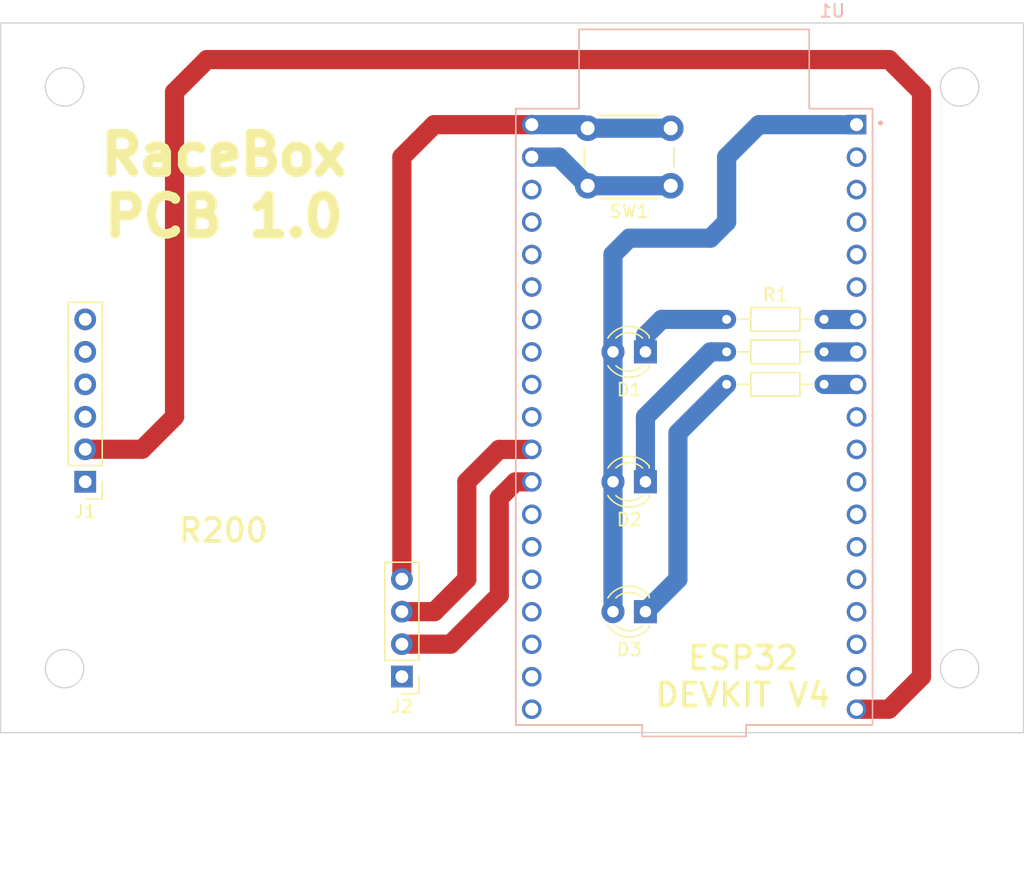
<source format=kicad_pcb>
(kicad_pcb (version 20211014) (generator pcbnew)
  (layers (0 "F.Cu" signal) (31 "B.Cu" signal) (34 "B.Paste" user) (35 "F.Paste" user) (36 "B.SilkS" user "B.Silkscreen") (37 "F.SilkS" user "F.Silkscreen") (38 "B.Mask" user) (39 "F.Mask" user) (44 "Edge.Cuts" user))
  (net 0 "")
  (net 1 "Net-(D1-Pad1)")
  (net 2 "Net-(D1-Pad2)")
  (net 3 "Net-(D2-Pad1)")
  (net 4 "Net-(D3-Pad1)")
  (net 6 "Net-(J1-Pad2)")
  (net 12 "Net-(J2-Pad2)")
  (net 13 "Net-(J2-Pad3)")
  (net 14 "Net-(J2-Pad4)")
  (net 15 "Net-(R1-Pad2)")
  (net 16 "Net-(R2-Pad2)")
  (net 17 "Net-(R3-Pad2)")
  (net 18 "Net-(SW1-Pad1)")
  (footprint "LED_THT:LED_D3.0mm" (layer "F.Cu") (at 138.43 66.04 180)
    (fp_text reference "D3" (at 1.27 -2.96) (layer "F.SilkS"))
    (fp_text value "LED WIFI")
    (fp_line (start -0.29 -1.236) (end -0.29 -1.08) (layer "F.SilkS") (width 0.12))
    (fp_line (start -0.29 1.08) (end -0.29 1.236) (layer "F.SilkS") (width 0.12))
    (fp_arc (start 0.229039 -1.08) (mid 1.270117 -1.5) (end 2.31113 -1.079837) (layer "F.SilkS") (width 0.12))
    (fp_arc (start -0.29 -1.235516) (mid 1.366487 -1.987659) (end 2.942335 -1.078608) (layer "F.SilkS") (width 0.12))
    (fp_arc (start 2.31113 1.079837) (mid 1.270117 1.5) (end 0.229039 1.08) (layer "F.SilkS") (width 0.12))
    (fp_arc (start 2.942335 1.078608) (mid 1.366487 1.987659) (end -0.29 1.235516) (layer "F.SilkS") (width 0.12))
    (pad "1" thru_hole rect (at 0 0 180) (size 1.8 1.8) (drill 0.9) (layers *.Cu *.Mask) (net 4 "Net-(D3-Pad1)"))
    (pad "2" thru_hole circle (at 2.54 0 180) (size 1.8 1.8) (drill 0.9) (layers *.Cu *.Mask) (net 2 "Net-(D1-Pad2)"))
  )
  (footprint "Resistor_THT:R_Axial_DIN0204_L3.6mm_D1.6mm_P7.62mm_Horizontal" (layer "F.Cu") (at 144.78 45.72)
    (fp_text reference "R2" hide)
    (fp_text value "R120")
    (fp_line (start 1.89 0.92) (end 5.73 0.92) (layer "F.SilkS") (width 0.12))
    (fp_line (start 0.94 0) (end 1.89 0) (layer "F.SilkS") (width 0.12))
    (fp_line (start 6.68 0) (end 5.73 0) (layer "F.SilkS") (width 0.12))
    (fp_line (start 1.89 -0.92) (end 1.89 0.92) (layer "F.SilkS") (width 0.12))
    (fp_line (start 5.73 -0.92) (end 1.89 -0.92) (layer "F.SilkS") (width 0.12))
    (fp_line (start 5.73 0.92) (end 5.73 -0.92) (layer "F.SilkS") (width 0.12))
    (pad "1" thru_hole circle (at 0 0) (size 1.4 1.4) (drill 0.7) (layers *.Cu *.Mask) (net 3 "Net-(D2-Pad1)"))
    (pad "2" thru_hole oval (at 7.62 0) (size 1.4 1.4) (drill 0.7) (layers *.Cu *.Mask) (net 16 "Net-(R2-Pad2)"))
  )
  (footprint "Button_Switch_THT:SW_PUSH_6mm" (layer "F.Cu") (at 140.41 32.73 180)
    (fp_text reference "SW1" (at 3.25 -2) (layer "F.SilkS"))
    (fp_text value "SW_RESET_TAG_IDs")
    (fp_line (start -0.25 1.5) (end -0.25 3) (layer "F.SilkS") (width 0.12))
    (fp_line (start 1 5.5) (end 5.5 5.5) (layer "F.SilkS") (width 0.12))
    (fp_line (start 5.5 -1) (end 1 -1) (layer "F.SilkS") (width 0.12))
    (fp_line (start 6.75 3) (end 6.75 1.5) (layer "F.SilkS") (width 0.12))
    (pad "1" thru_hole circle (at 0 0 270) (size 2 2) (drill 1.1) (layers *.Cu *.Mask) (net 18 "Net-(SW1-Pad1)"))
    (pad "1" thru_hole circle (at 6.5 0 270) (size 2 2) (drill 1.1) (layers *.Cu *.Mask) (net 18 "Net-(SW1-Pad1)"))
    (pad "2" thru_hole circle (at 0 4.5 270) (size 2 2) (drill 1.1) (layers *.Cu *.Mask) (net 14 "Net-(J2-Pad4)"))
    (pad "2" thru_hole circle (at 6.5 4.5 270) (size 2 2) (drill 1.1) (layers *.Cu *.Mask) (net 14 "Net-(J2-Pad4)"))
  )
  (footprint "LED_THT:LED_D3.0mm" (layer "F.Cu") (at 138.43 55.88 180)
    (fp_text reference "D2" (at 1.27 -2.96) (layer "F.SilkS"))
    (fp_text value "LED WEBSOCKET")
    (fp_line (start -0.29 -1.236) (end -0.29 -1.08) (layer "F.SilkS") (width 0.12))
    (fp_line (start -0.29 1.08) (end -0.29 1.236) (layer "F.SilkS") (width 0.12))
    (fp_arc (start 2.942335 1.078608) (mid 1.366487 1.987659) (end -0.29 1.235516) (layer "F.SilkS") (width 0.12))
    (fp_arc (start 0.229039 -1.08) (mid 1.270117 -1.5) (end 2.31113 -1.079837) (layer "F.SilkS") (width 0.12))
    (fp_arc (start -0.29 -1.235516) (mid 1.366487 -1.987659) (end 2.942335 -1.078608) (layer "F.SilkS") (width 0.12))
    (fp_arc (start 2.31113 1.079837) (mid 1.270117 1.5) (end 0.229039 1.08) (layer "F.SilkS") (width 0.12))
    (pad "1" thru_hole rect (at 0 0 180) (size 1.8 1.8) (drill 0.9) (layers *.Cu *.Mask) (net 3 "Net-(D2-Pad1)"))
    (pad "2" thru_hole circle (at 2.54 0 180) (size 1.8 1.8) (drill 0.9) (layers *.Cu *.Mask) (net 2 "Net-(D1-Pad2)"))
  )
  (footprint "Connector_PinHeader_2.54mm:PinHeader_1x06_P2.54mm_Vertical" (layer "F.Cu") (at 94.615 55.88 180)
    (fp_text reference "J1" (at 0 -2.33) (layer "F.SilkS"))
    (fp_text value "+5V power supply")
    (fp_line (start -1.33 14.03) (end 1.33 14.03) (layer "F.SilkS") (width 0.12))
    (fp_line (start -1.33 1.27) (end -1.33 14.03) (layer "F.SilkS") (width 0.12))
    (fp_line (start -1.33 1.27) (end 1.33 1.27) (layer "F.SilkS") (width 0.12))
    (fp_line (start 1.33 1.27) (end 1.33 14.03) (layer "F.SilkS") (width 0.12))
    (fp_line (start -1.33 -1.33) (end 0 -1.33) (layer "F.SilkS") (width 0.12))
    (fp_line (start -1.33 0) (end -1.33 -1.33) (layer "F.SilkS") (width 0.12))
    (pad "1" thru_hole rect (at 0 0 180) (size 1.7 1.7) (drill 1) (layers *.Cu *.Mask))
    (pad "2" thru_hole oval (at 0 2.54 180) (size 1.7 1.7) (drill 1) (layers *.Cu *.Mask) (net 6 "Net-(J1-Pad2)"))
    (pad "3" thru_hole oval (at 0 5.08 180) (size 1.7 1.7) (drill 1) (layers *.Cu *.Mask))
    (pad "4" thru_hole oval (at 0 7.62 180) (size 1.7 1.7) (drill 1) (layers *.Cu *.Mask))
    (pad "5" thru_hole oval (at 0 10.16 180) (size 1.7 1.7) (drill 1) (layers *.Cu *.Mask))
    (pad "6" thru_hole oval (at 0 12.7 180) (size 1.7 1.7) (drill 1) (layers *.Cu *.Mask))
  )
  (footprint "Resistor_THT:R_Axial_DIN0204_L3.6mm_D1.6mm_P7.62mm_Horizontal" (layer "F.Cu") (at 144.78 48.26)
    (fp_text reference "R3" hide)
    (fp_text value "R120")
    (fp_line (start 1.89 -0.92) (end 1.89 0.92) (layer "F.SilkS") (width 0.12))
    (fp_line (start 6.68 0) (end 5.73 0) (layer "F.SilkS") (width 0.12))
    (fp_line (start 5.73 -0.92) (end 1.89 -0.92) (layer "F.SilkS") (width 0.12))
    (fp_line (start 1.89 0.92) (end 5.73 0.92) (layer "F.SilkS") (width 0.12))
    (fp_line (start 0.94 0) (end 1.89 0) (layer "F.SilkS") (width 0.12))
    (fp_line (start 5.73 0.92) (end 5.73 -0.92) (layer "F.SilkS") (width 0.12))
    (pad "1" thru_hole circle (at 0 0) (size 1.4 1.4) (drill 0.7) (layers *.Cu *.Mask) (net 4 "Net-(D3-Pad1)"))
    (pad "2" thru_hole oval (at 7.62 0) (size 1.4 1.4) (drill 0.7) (layers *.Cu *.Mask) (net 17 "Net-(R3-Pad2)"))
  )
  (footprint "Resistor_THT:R_Axial_DIN0204_L3.6mm_D1.6mm_P7.62mm_Horizontal" (layer "F.Cu") (at 144.78 43.18)
    (fp_text reference "R1" (at 3.81 -1.92) (layer "F.SilkS"))
    (fp_text value "R120")
    (fp_line (start 0.94 0) (end 1.89 0) (layer "F.SilkS") (width 0.12))
    (fp_line (start 1.89 -0.92) (end 1.89 0.92) (layer "F.SilkS") (width 0.12))
    (fp_line (start 5.73 0.92) (end 5.73 -0.92) (layer "F.SilkS") (width 0.12))
    (fp_line (start 5.73 -0.92) (end 1.89 -0.92) (layer "F.SilkS") (width 0.12))
    (fp_line (start 1.89 0.92) (end 5.73 0.92) (layer "F.SilkS") (width 0.12))
    (fp_line (start 6.68 0) (end 5.73 0) (layer "F.SilkS") (width 0.12))
    (pad "1" thru_hole circle (at 0 0) (size 1.4 1.4) (drill 0.7) (layers *.Cu *.Mask) (net 1 "Net-(D1-Pad1)"))
    (pad "2" thru_hole oval (at 7.62 0) (size 1.4 1.4) (drill 0.7) (layers *.Cu *.Mask) (net 15 "Net-(R1-Pad2)"))
  )
  (footprint "LED_THT:LED_D3.0mm" (layer "F.Cu") (at 138.43 45.72 180)
    (fp_text reference "D1" (at 1.27 -2.96) (layer "F.SilkS"))
    (fp_text value "LED RFID")
    (fp_line (start -0.29 -1.236) (end -0.29 -1.08) (layer "F.SilkS") (width 0.12))
    (fp_line (start -0.29 1.08) (end -0.29 1.236) (layer "F.SilkS") (width 0.12))
    (fp_arc (start -0.29 -1.235516) (mid 1.366487 -1.987659) (end 2.942335 -1.078608) (layer "F.SilkS") (width 0.12))
    (fp_arc (start 2.31113 1.079837) (mid 1.270117 1.5) (end 0.229039 1.08) (layer "F.SilkS") (width 0.12))
    (fp_arc (start 2.942335 1.078608) (mid 1.366487 1.987659) (end -0.29 1.235516) (layer "F.SilkS") (width 0.12))
    (fp_arc (start 0.229039 -1.08) (mid 1.270117 -1.5) (end 2.31113 -1.079837) (layer "F.SilkS") (width 0.12))
    (pad "1" thru_hole rect (at 0 0 180) (size 1.8 1.8) (drill 0.9) (layers *.Cu *.Mask) (net 1 "Net-(D1-Pad1)"))
    (pad "2" thru_hole circle (at 2.54 0 180) (size 1.8 1.8) (drill 0.9) (layers *.Cu *.Mask) (net 2 "Net-(D1-Pad2)"))
  )
  (footprint "Connector_PinHeader_2.54mm:PinHeader_1x04_P2.54mm_Vertical" (layer "F.Cu") (at 119.38 71.12 180)
    (fp_text reference "J2" (at 0 -2.33) (layer "F.SilkS"))
    (fp_text value "3V3 RX TX GND")
    (fp_line (start -1.33 1.27) (end 1.33 1.27) (layer "F.SilkS") (width 0.12))
    (fp_line (start -1.33 8.95) (end 1.33 8.95) (layer "F.SilkS") (width 0.12))
    (fp_line (start -1.33 -1.33) (end 0 -1.33) (layer "F.SilkS") (width 0.12))
    (fp_line (start 1.33 1.27) (end 1.33 8.95) (layer "F.SilkS") (width 0.12))
    (fp_line (start -1.33 1.27) (end -1.33 8.95) (layer "F.SilkS") (width 0.12))
    (fp_line (start -1.33 0) (end -1.33 -1.33) (layer "F.SilkS") (width 0.12))
    (pad "1" thru_hole rect (at 0 0 180) (size 1.7 1.7) (drill 1) (layers *.Cu *.Mask))
    (pad "2" thru_hole oval (at 0 2.54 180) (size 1.7 1.7) (drill 1) (layers *.Cu *.Mask) (net 12 "Net-(J2-Pad2)"))
    (pad "3" thru_hole oval (at 0 5.08 180) (size 1.7 1.7) (drill 1) (layers *.Cu *.Mask) (net 13 "Net-(J2-Pad3)"))
    (pad "4" thru_hole oval (at 0 7.62 180) (size 1.7 1.7) (drill 1) (layers *.Cu *.Mask) (net 14 "Net-(J2-Pad4)"))
  )
  (footprint "ESP32-DEVKITC:MODULE_ESP32-DEVKITC" (layer "B.Cu") (at 142.24 50.8 180)
    (fp_text reference "U1" (at -10.795 31.75) (layer "B.SilkS") (effects (justify mirror)))
    (fp_text value "ESP32-DEVKITC")
    (fp_line (start -4.07 -25) (end 4.06 -25) (layer "B.SilkS") (width 0.127))
    (fp_line (start -9 30.3) (end 9 30.3) (layer "B.SilkS") (width 0.127))
    (fp_line (start -13.95 -24.1) (end -4.07 -24.1) (layer "B.SilkS") (width 0.127))
    (fp_line (start -4.07 -24.1) (end -4.07 -25) (layer "B.SilkS") (width 0.127))
    (fp_line (start -9 24.1) (end -13.95 24.1) (layer "B.SilkS") (width 0.127))
    (fp_line (start 13.95 -24.1) (end 13.95 24.1) (layer "B.SilkS") (width 0.127))
    (fp_line (start 4.06 -25) (end 4.06 -24.1) (layer "B.SilkS") (width 0.127))
    (fp_line (start 13.95 24.1) (end 9 24.1) (layer "B.SilkS") (width 0.127))
    (fp_line (start -13.95 24.1) (end -13.95 -24.1) (layer "B.SilkS") (width 0.127))
    (fp_line (start 4.06 -24.1) (end 13.95 -24.1) (layer "B.SilkS") (width 0.127))
    (fp_line (start 9 30.3) (end 9 24.1) (layer "B.SilkS") (width 0.127))
    (fp_line (start -9 24.1) (end -9 30.3) (layer "B.SilkS") (width 0.127))
    (fp_circle (center -14.57 22.97) (end -14.47 22.97) (layer "B.SilkS") (width 0.2) (fill none))
    (pad "1" thru_hole rect locked (at -12.7 22.85 180) (size 1.53 1.53) (drill 1.02) (layers *.Cu *.Mask) (net 2 "Net-(D1-Pad2)"))
    (pad "2" thru_hole circle locked (at -12.7 20.31 180) (size 1.53 1.53) (drill 1.02) (layers *.Cu *.Mask))
    (pad "3" thru_hole circle locked (at -12.7 17.77 180) (size 1.53 1.53) (drill 1.02) (layers *.Cu *.Mask))
    (pad "4" thru_hole circle locked (at -12.7 15.23 180) (size 1.53 1.53) (drill 1.02) (layers *.Cu *.Mask))
    (pad "5" thru_hole circle locked (at -12.7 12.69 180) (size 1.53 1.53) (drill 1.02) (layers *.Cu *.Mask))
    (pad "6" thru_hole circle locked (at -12.7 10.15 180) (size 1.53 1.53) (drill 1.02) (layers *.Cu *.Mask))
    (pad "7" thru_hole circle locked (at -12.7 7.61 180) (size 1.53 1.53) (drill 1.02) (layers *.Cu *.Mask) (net 15 "Net-(R1-Pad2)"))
    (pad "8" thru_hole circle locked (at -12.7 5.07 180) (size 1.53 1.53) (drill 1.02) (layers *.Cu *.Mask) (net 16 "Net-(R2-Pad2)"))
    (pad "9" thru_hole circle locked (at -12.7 2.53 180) (size 1.53 1.53) (drill 1.02) (layers *.Cu *.Mask) (net 17 "Net-(R3-Pad2)"))
    (pad "10" thru_hole circle locked (at -12.7 -0.01 180) (size 1.53 1.53) (drill 1.02) (layers *.Cu *.Mask))
    (pad "11" thru_hole circle locked (at -12.7 -2.55 180) (size 1.53 1.53) (drill 1.02) (layers *.Cu *.Mask))
    (pad "12" thru_hole circle locked (at -12.7 -5.09 180) (size 1.53 1.53) (drill 1.02) (layers *.Cu *.Mask))
    (pad "13" thru_hole circle locked (at -12.7 -7.63 180) (size 1.53 1.53) (drill 1.02) (layers *.Cu *.Mask))
    (pad "14" thru_hole circle locked (at -12.7 -10.17 180) (size 1.53 1.53) (drill 1.02) (layers *.Cu *.Mask))
    (pad "15" thru_hole circle locked (at -12.7 -12.71 180) (size 1.53 1.53) (drill 1.02) (layers *.Cu *.Mask))
    (pad "16" thru_hole circle locked (at -12.7 -15.25 180) (size 1.53 1.53) (drill 1.02) (layers *.Cu *.Mask))
    (pad "17" thru_hole circle locked (at -12.7 -17.79 180) (size 1.53 1.53) (drill 1.02) (layers *.Cu *.Mask))
    (pad "18" thru_hole circle locked (at -12.7 -20.33 180) (size 1.53 1.53) (drill 1.02) (layers *.Cu *.Mask))
    (pad "19" thru_hole circle locked (at -12.7 -22.87 180) (size 1.53 1.53) (drill 1.02) (layers *.Cu *.Mask) (net 6 "Net-(J1-Pad2)"))
    (pad "20" thru_hole circle locked (at 12.7 -22.87 180) (size 1.53 1.53) (drill 1.02) (layers *.Cu *.Mask))
    (pad "21" thru_hole circle locked (at 12.7 -20.33 180) (size 1.53 1.53) (drill 1.02) (layers *.Cu *.Mask))
    (pad "22" thru_hole circle locked (at 12.7 -17.79 180) (size 1.53 1.53) (drill 1.02) (layers *.Cu *.Mask))
    (pad "23" thru_hole circle locked (at 12.7 -15.25 180) (size 1.53 1.53) (drill 1.02) (layers *.Cu *.Mask))
    (pad "24" thru_hole circle locked (at 12.7 -12.71 180) (size 1.53 1.53) (drill 1.02) (layers *.Cu *.Mask))
    (pad "25" thru_hole circle locked (at 12.7 -10.17 180) (size 1.53 1.53) (drill 1.02) (layers *.Cu *.Mask))
    (pad "26" thru_hole circle locked (at 12.7 -7.63 180) (size 1.53 1.53) (drill 1.02) (layers *.Cu *.Mask))
    (pad "27" thru_hole circle locked (at 12.7 -5.09 180) (size 1.53 1.53) (drill 1.02) (layers *.Cu *.Mask) (net 12 "Net-(J2-Pad2)"))
    (pad "28" thru_hole circle locked (at 12.7 -2.55 180) (size 1.53 1.53) (drill 1.02) (layers *.Cu *.Mask) (net 13 "Net-(J2-Pad3)"))
    (pad "29" thru_hole circle locked (at 12.7 -0.01 180) (size 1.53 1.53) (drill 1.02) (layers *.Cu *.Mask))
    (pad "30" thru_hole circle locked (at 12.7 2.53 180) (size 1.53 1.53) (drill 1.02) (layers *.Cu *.Mask))
    (pad "31" thru_hole circle locked (at 12.7 5.07 180) (size 1.53 1.53) (drill 1.02) (layers *.Cu *.Mask))
    (pad "32" thru_hole circle locked (at 12.7 7.61 180) (size 1.53 1.53) (drill 1.02) (layers *.Cu *.Mask))
    (pad "33" thru_hole circle locked (at 12.7 10.15 180) (size 1.53 1.53) (drill 1.02) (layers *.Cu *.Mask))
    (pad "34" thru_hole circle locked (at 12.7 12.69 180) (size 1.53 1.53) (drill 1.02) (layers *.Cu *.Mask))
    (pad "35" thru_hole circle locked (at 12.7 15.23 180) (size 1.53 1.53) (drill 1.02) (layers *.Cu *.Mask))
    (pad "36" thru_hole circle locked (at 12.7 17.77 180) (size 1.53 1.53) (drill 1.02) (layers *.Cu *.Mask))
    (pad "37" thru_hole circle locked (at 12.7 20.31 180) (size 1.53 1.53) (drill 1.02) (layers *.Cu *.Mask) (net 18 "Net-(SW1-Pad1)"))
    (pad "38" thru_hole circle locked (at 12.7 22.85 180) (size 1.53 1.53) (drill 1.02) (layers *.Cu *.Mask) (net 14 "Net-(J2-Pad4)"))
  )
  (gr_circle (center 93 25) (end 94.5 25) (layer "Edge.Cuts") (width 0.1) (fill none))
  (gr_circle (center 93 70.5) (end 94.5 70.5) (layer "Edge.Cuts") (width 0.1) (fill none))
  (gr_circle (center 163 25) (end 164.5 25) (layer "Edge.Cuts") (width 0.1) (fill none))
  (gr_line (start 168 20) (end 88 20) (layer "Edge.Cuts") (width 0.1))
  (gr_line (start 168 75.5) (end 88 75.5) (layer "Edge.Cuts") (width 0.1))
  (gr_line (start 168 75.5) (end 168 20) (layer "Edge.Cuts") (width 0.1))
  (gr_line (start 88 75.5) (end 88 20) (layer "Edge.Cuts") (width 0.1))
  (gr_circle (center 163 70.5) (end 164.5 70.5) (layer "Edge.Cuts") (width 0.1) (fill none))
  (gr_text "RaceBox\nPCB 1.0" (at 105.45 32.725) (layer "F.SilkS") (effects (font (size 3 3) (thickness 0.75))))
  (gr_text "R200" (at 105.41 59.69) (layer "F.SilkS") (effects (font (size 1.8 1.8) (thickness 0.3))))
  (gr_text "ESP32\nDEVKIT V4" (at 146.05 71.12) (layer "F.SilkS") (effects (font (size 1.8 1.8) (thickness 0.3))))
  (segment (start 138.43 44.45) (end 138.43 45.72) (width 1.5) (layer "B.Cu") (net 1))
  (segment (start 139.7 43.18) (end 138.43 44.45) (width 1.5) (layer "B.Cu") (net 1))
  (segment (start 144.78 43.18) (end 139.7 43.18) (width 1.5) (layer "B.Cu") (net 1))
  (segment (start 135.89 66.04) (end 135.89 38.105) (width 1.5) (layer "B.Cu") (net 2))
  (segment (start 135.89 38.105) (end 137.165 36.83) (width 1.5) (layer "B.Cu") (net 2))
  (segment (start 143.51 36.83) (end 144.78 35.56) (width 1.5) (layer "B.Cu") (net 2))
  (segment (start 147.31 27.95) (end 154.94 27.95) (width 1.5) (layer "B.Cu") (net 2))
  (segment (start 137.165 36.83) (end 143.51 36.83) (width 1.5) (layer "B.Cu") (net 2))
  (segment (start 144.78 35.56) (end 144.78 30.48) (width 1.5) (layer "B.Cu") (net 2))
  (segment (start 144.78 30.48) (end 147.31 27.95) (width 1.5) (layer "B.Cu") (net 2))
  (segment (start 144.78 45.72) (end 143.51 45.72) (width 1.5) (layer "B.Cu") (net 3))
  (segment (start 138.43 50.8) (end 138.43 55.88) (width 1.5) (layer "B.Cu") (net 3))
  (segment (start 143.51 45.72) (end 138.43 50.8) (width 1.5) (layer "B.Cu") (net 3))
  (segment (start 140.97 63.5) (end 138.43 66.04) (width 1.5) (layer "B.Cu") (net 4))
  (segment (start 144.78 48.26) (end 140.97 52.07) (width 1.5) (layer "B.Cu") (net 4))
  (segment (start 140.97 52.07) (end 140.97 63.5) (width 1.5) (layer "B.Cu") (net 4))
  (segment (start 160.02 25.4) (end 157.48 22.86) (width 1.5) (layer "F.Cu") (net 6))
  (segment (start 99.06 53.34) (end 94.615 53.34) (width 1.5) (layer "F.Cu") (net 6))
  (segment (start 104.14 22.86) (end 101.6 25.4) (width 1.5) (layer "F.Cu") (net 6))
  (segment (start 157.48 22.86) (end 104.14 22.86) (width 1.5) (layer "F.Cu") (net 6))
  (segment (start 101.6 25.4) (end 101.6 50.8) (width 1.5) (layer "F.Cu") (net 6))
  (segment (start 101.6 50.8) (end 99.06 53.34) (width 1.5) (layer "F.Cu") (net 6))
  (segment (start 157.47 73.67) (end 160.02 71.12) (width 1.5) (layer "F.Cu") (net 6))
  (segment (start 160.02 71.12) (end 160.02 25.4) (width 1.5) (layer "F.Cu") (net 6))
  (segment (start 154.94 73.67) (end 157.47 73.67) (width 1.5) (layer "F.Cu") (net 6))
  (segment (start 127 64.77) (end 123.19 68.58) (width 1.5) (layer "F.Cu") (net 12))
  (segment (start 127 57.15) (end 127 64.77) (width 1.5) (layer "F.Cu") (net 12))
  (segment (start 129.54 55.89) (end 128.26 55.89) (width 1.5) (layer "F.Cu") (net 12))
  (segment (start 123.19 68.58) (end 119.38 68.58) (width 1.5) (layer "F.Cu") (net 12))
  (segment (start 128.26 55.89) (end 127 57.15) (width 1.5) (layer "F.Cu") (net 12))
  (segment (start 129.54 53.35) (end 126.99 53.35) (width 1.5) (layer "F.Cu") (net 13))
  (segment (start 124.46 55.88) (end 124.46 63.5) (width 1.5) (layer "F.Cu") (net 13))
  (segment (start 124.46 63.5) (end 121.92 66.04) (width 1.5) (layer "F.Cu") (net 13))
  (segment (start 126.99 53.35) (end 124.46 55.88) (width 1.5) (layer "F.Cu") (net 13))
  (segment (start 121.92 66.04) (end 119.38 66.04) (width 1.5) (layer "F.Cu") (net 13))
  (segment (start 119.38 63.5) (end 119.38 30.48) (width 1.5) (layer "F.Cu") (net 14))
  (segment (start 121.91 27.95) (end 129.54 27.95) (width 1.5) (layer "F.Cu") (net 14))
  (segment (start 119.38 30.48) (end 121.91 27.95) (width 1.5) (layer "F.Cu") (net 14))
  (segment (start 133.91 28.23) (end 140.41 28.23) (width 1.5) (layer "B.Cu") (net 14))
  (segment (start 133.63 27.95) (end 133.91 28.23) (width 0.25) (layer "B.Cu") (net 14))
  (segment (start 129.54 27.95) (end 133.63 27.95) (width 1.5) (layer "B.Cu") (net 14))
  (segment (start 152.41 43.19) (end 152.4 43.18) (width 1.5) (layer "B.Cu") (net 15))
  (segment (start 154.94 43.19) (end 152.41 43.19) (width 1.5) (layer "B.Cu") (net 15))
  (segment (start 152.41 45.73) (end 152.4 45.72) (width 1.5) (layer "B.Cu") (net 16))
  (segment (start 154.94 45.73) (end 152.41 45.73) (width 1.5) (layer "B.Cu") (net 16))
  (segment (start 154.94 48.27) (end 152.41 48.27) (width 1.5) (layer "B.Cu") (net 17))
  (segment (start 152.41 48.27) (end 152.4 48.26) (width 1.5) (layer "B.Cu") (net 17))
  (segment (start 131.445 30.48) (end 131.435 30.49) (width 1.5) (layer "B.Cu") (net 18))
  (segment (start 131.66 30.48) (end 131.445 30.48) (width 1.5) (layer "B.Cu") (net 18))
  (segment (start 131.435 30.49) (end 129.54 30.49) (width 1.5) (layer "B.Cu") (net 18))
  (segment (start 140.41 32.73) (end 133.91 32.73) (width 1.5) (layer "B.Cu") (net 18))
  (segment (start 133.91 32.73) (end 131.66 30.48) (width 1.5) (layer "B.Cu") (net 18))
)
</source>
